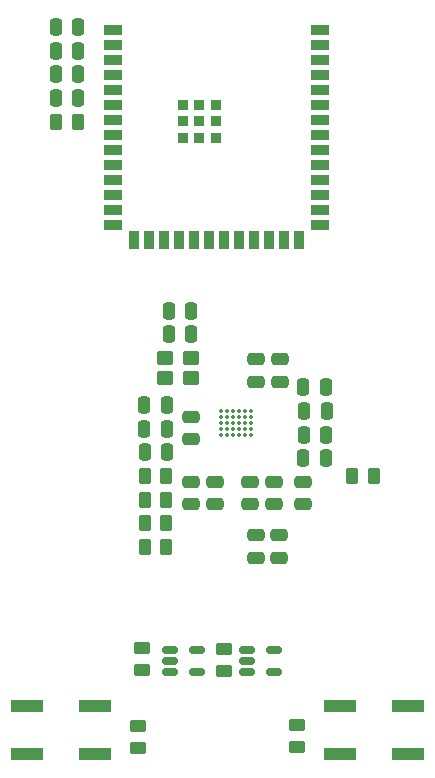
<source format=gbr>
%TF.GenerationSoftware,KiCad,Pcbnew,9.0.3*%
%TF.CreationDate,2025-08-18T17:13:01-04:00*%
%TF.ProjectId,bioimpedance,62696f69-6d70-4656-9461-6e63652e6b69,rev?*%
%TF.SameCoordinates,Original*%
%TF.FileFunction,Paste,Top*%
%TF.FilePolarity,Positive*%
%FSLAX46Y46*%
G04 Gerber Fmt 4.6, Leading zero omitted, Abs format (unit mm)*
G04 Created by KiCad (PCBNEW 9.0.3) date 2025-08-18 17:13:01*
%MOMM*%
%LPD*%
G01*
G04 APERTURE LIST*
G04 Aperture macros list*
%AMRoundRect*
0 Rectangle with rounded corners*
0 $1 Rounding radius*
0 $2 $3 $4 $5 $6 $7 $8 $9 X,Y pos of 4 corners*
0 Add a 4 corners polygon primitive as box body*
4,1,4,$2,$3,$4,$5,$6,$7,$8,$9,$2,$3,0*
0 Add four circle primitives for the rounded corners*
1,1,$1+$1,$2,$3*
1,1,$1+$1,$4,$5*
1,1,$1+$1,$6,$7*
1,1,$1+$1,$8,$9*
0 Add four rect primitives between the rounded corners*
20,1,$1+$1,$2,$3,$4,$5,0*
20,1,$1+$1,$4,$5,$6,$7,0*
20,1,$1+$1,$6,$7,$8,$9,0*
20,1,$1+$1,$8,$9,$2,$3,0*%
G04 Aperture macros list end*
%ADD10RoundRect,0.250000X0.262500X0.450000X-0.262500X0.450000X-0.262500X-0.450000X0.262500X-0.450000X0*%
%ADD11RoundRect,0.250000X-0.250000X-0.475000X0.250000X-0.475000X0.250000X0.475000X-0.250000X0.475000X0*%
%ADD12RoundRect,0.250000X0.475000X-0.250000X0.475000X0.250000X-0.475000X0.250000X-0.475000X-0.250000X0*%
%ADD13RoundRect,0.250000X-0.262500X-0.450000X0.262500X-0.450000X0.262500X0.450000X-0.262500X0.450000X0*%
%ADD14RoundRect,0.250000X0.250000X0.475000X-0.250000X0.475000X-0.250000X-0.475000X0.250000X-0.475000X0*%
%ADD15RoundRect,0.250000X-0.475000X0.250000X-0.475000X-0.250000X0.475000X-0.250000X0.475000X0.250000X0*%
%ADD16RoundRect,0.250000X0.450000X0.350000X-0.450000X0.350000X-0.450000X-0.350000X0.450000X-0.350000X0*%
%ADD17C,0.350000*%
%ADD18R,2.800000X1.000000*%
%ADD19R,0.900000X0.900000*%
%ADD20R,1.500000X0.900000*%
%ADD21R,0.900000X1.500000*%
%ADD22RoundRect,0.150000X-0.512500X-0.150000X0.512500X-0.150000X0.512500X0.150000X-0.512500X0.150000X0*%
%ADD23RoundRect,0.250000X0.450000X-0.262500X0.450000X0.262500X-0.450000X0.262500X-0.450000X-0.262500X0*%
%ADD24RoundRect,0.250000X-0.450000X0.262500X-0.450000X-0.262500X0.450000X-0.262500X0.450000X0.262500X0*%
G04 APERTURE END LIST*
D10*
%TO.C,R3*%
X109402500Y-77500000D03*
X107577500Y-77500000D03*
%TD*%
D11*
%TO.C,C10*%
X121040000Y-70000000D03*
X122940000Y-70000000D03*
%TD*%
D12*
%TO.C,C4*%
X119000000Y-63600000D03*
X119000000Y-65500000D03*
%TD*%
%TO.C,C16*%
X111490000Y-74000000D03*
X111490000Y-75900000D03*
%TD*%
D13*
%TO.C,R6*%
X109402500Y-79500000D03*
X107577500Y-79500000D03*
%TD*%
D14*
%TO.C,C2*%
X109590000Y-61510000D03*
X111490000Y-61510000D03*
%TD*%
D15*
%TO.C,C19*%
X118960000Y-80400000D03*
X118960000Y-78500000D03*
%TD*%
D14*
%TO.C,C23*%
X107540000Y-67500000D03*
X109440000Y-67500000D03*
%TD*%
D15*
%TO.C,C15*%
X113490000Y-75900000D03*
X113490000Y-74000000D03*
%TD*%
%TO.C,C13*%
X121000000Y-75900000D03*
X121000000Y-74000000D03*
%TD*%
D12*
%TO.C,C22*%
X117000000Y-63600000D03*
X117000000Y-65500000D03*
%TD*%
D16*
%TO.C,Y1*%
X111490000Y-65200000D03*
X109290000Y-65200000D03*
X109290000Y-63500000D03*
X111490000Y-63500000D03*
%TD*%
D15*
%TO.C,C18*%
X116500000Y-75900000D03*
X116500000Y-74000000D03*
%TD*%
D17*
%TO.C,U2*%
X114065000Y-68000000D03*
X114565000Y-68000000D03*
X115065000Y-68000000D03*
X115565000Y-68000000D03*
X116065000Y-68000000D03*
X116565000Y-68000000D03*
X114065000Y-68500000D03*
X114565000Y-68500000D03*
X115065000Y-68500000D03*
X115565000Y-68500000D03*
X116065000Y-68500000D03*
X116565000Y-68500000D03*
X114065000Y-69000000D03*
X114565000Y-69000000D03*
X115065000Y-69000000D03*
X115565000Y-69000000D03*
X116065000Y-69000000D03*
X116565000Y-69000000D03*
X114065000Y-69500000D03*
X114565000Y-69500000D03*
X115065000Y-69500000D03*
X115565000Y-69500000D03*
X116065000Y-69500000D03*
X116565000Y-69500000D03*
X114065000Y-70000000D03*
X114565000Y-70000000D03*
X115065000Y-70000000D03*
X115565000Y-70000000D03*
X116065000Y-70000000D03*
X116565000Y-70000000D03*
%TD*%
D11*
%TO.C,C11*%
X122990000Y-68000000D03*
X121090000Y-68000000D03*
%TD*%
D14*
%TO.C,C17*%
X107590000Y-71500000D03*
X109490000Y-71500000D03*
%TD*%
D15*
%TO.C,C1*%
X111490000Y-70400000D03*
X111490000Y-68500000D03*
%TD*%
%TO.C,C14*%
X118500000Y-75900000D03*
X118500000Y-74000000D03*
%TD*%
D11*
%TO.C,C12*%
X122890000Y-72000000D03*
X120990000Y-72000000D03*
%TD*%
D13*
%TO.C,R2*%
X126990000Y-73500000D03*
X125165000Y-73500000D03*
%TD*%
D10*
%TO.C,R5*%
X107577500Y-75500000D03*
X109402500Y-75500000D03*
%TD*%
D11*
%TO.C,C9*%
X109440000Y-69500000D03*
X107540000Y-69500000D03*
%TD*%
D12*
%TO.C,C20*%
X116990000Y-78500000D03*
X116990000Y-80400000D03*
%TD*%
D14*
%TO.C,C3*%
X109590000Y-59500000D03*
X111490000Y-59500000D03*
%TD*%
D11*
%TO.C,C21*%
X122890000Y-66000000D03*
X120990000Y-66000000D03*
%TD*%
D10*
%TO.C,R4*%
X107577500Y-73500000D03*
X109402500Y-73500000D03*
%TD*%
D18*
%TO.C,SW5*%
X97600000Y-93000000D03*
X103400000Y-93000000D03*
X97600000Y-97000000D03*
X103400000Y-97000000D03*
%TD*%
D19*
%TO.C,U1*%
X110775000Y-42060000D03*
X110775000Y-43460000D03*
X110775000Y-44860000D03*
X112175000Y-42060000D03*
X112175000Y-43460000D03*
X112175000Y-44860000D03*
X113575000Y-42060000D03*
X113575000Y-43460000D03*
X113575000Y-44860000D03*
D20*
X104925000Y-35740000D03*
X104925000Y-37010000D03*
X104925000Y-38280000D03*
X104925000Y-39550000D03*
X104925000Y-40820000D03*
X104925000Y-42090000D03*
X104925000Y-43360000D03*
X104925000Y-44630000D03*
X104925000Y-45900000D03*
X104925000Y-47170000D03*
X104925000Y-48440000D03*
X104925000Y-49710000D03*
X104925000Y-50980000D03*
X104925000Y-52250000D03*
D21*
X106690000Y-53500000D03*
X107960000Y-53500000D03*
X109230000Y-53500000D03*
X110500000Y-53500000D03*
X111770000Y-53500000D03*
X113040000Y-53500000D03*
X114310000Y-53500000D03*
X115580000Y-53500000D03*
X116850000Y-53500000D03*
X118120000Y-53500000D03*
X119390000Y-53500000D03*
X120660000Y-53500000D03*
D20*
X122425000Y-52250000D03*
X122425000Y-50980000D03*
X122425000Y-49710000D03*
X122425000Y-48440000D03*
X122425000Y-47170000D03*
X122425000Y-45900000D03*
X122425000Y-44630000D03*
X122425000Y-43360000D03*
X122425000Y-42090000D03*
X122425000Y-40820000D03*
X122425000Y-39550000D03*
X122425000Y-38280000D03*
X122425000Y-37010000D03*
X122425000Y-35740000D03*
%TD*%
D14*
%TO.C,C24*%
X101950000Y-37500000D03*
X100050000Y-37500000D03*
%TD*%
D22*
%TO.C,U3*%
X109752700Y-88225000D03*
X109752700Y-89175000D03*
X109752700Y-90125000D03*
X112027700Y-90125000D03*
X112027700Y-88225000D03*
%TD*%
D18*
%TO.C,SW6*%
X124100000Y-93000000D03*
X129900000Y-93000000D03*
X124100000Y-97000000D03*
X129900000Y-97000000D03*
%TD*%
D23*
%TO.C,R16*%
X107000000Y-96500000D03*
X107000000Y-94675000D03*
%TD*%
D14*
%TO.C,C8*%
X101950000Y-41500000D03*
X100050000Y-41500000D03*
%TD*%
D24*
%TO.C,R8*%
X114252700Y-88175000D03*
X114252700Y-90000000D03*
%TD*%
D22*
%TO.C,U4*%
X116252700Y-88225000D03*
X116252700Y-89175000D03*
X116252700Y-90125000D03*
X118527700Y-90125000D03*
X118527700Y-88225000D03*
%TD*%
D14*
%TO.C,C5*%
X101950000Y-35500000D03*
X100050000Y-35500000D03*
%TD*%
D24*
%TO.C,R15*%
X120500000Y-94587500D03*
X120500000Y-96412500D03*
%TD*%
D14*
%TO.C,C6*%
X101950000Y-39500000D03*
X100050000Y-39500000D03*
%TD*%
D24*
%TO.C,R7*%
X107340200Y-88087500D03*
X107340200Y-89912500D03*
%TD*%
D13*
%TO.C,R1*%
X100087500Y-43500000D03*
X101912500Y-43500000D03*
%TD*%
M02*

</source>
